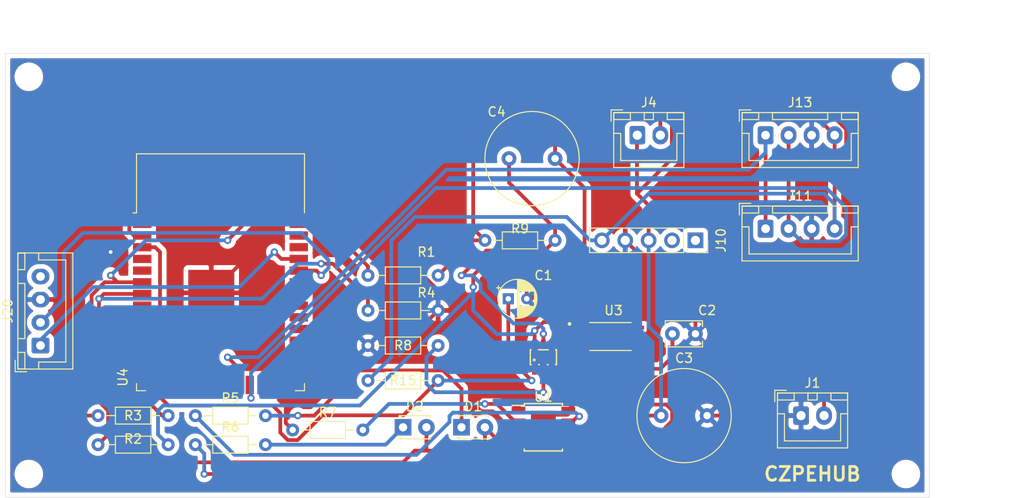
<source format=kicad_pcb>
(kicad_pcb (version 20171130) (host pcbnew "(5.1.10)-1")
  (layers (0 F.Cu signal) (31 B.Cu signal) (34 B.Paste user) (35 F.Paste user) (36 B.SilkS user) (37 F.SilkS user) (38 B.Mask user) (39 F.Mask user) (44 Edge.Cuts user))
  (net 0 "")
  (net 1 GND)
  (net 2 "Net-(C1-Pad1)")
  (net 3 SOL+)
  (net 4 BAT+)
  (net 5 BAT-)
  (net 6 "Net-(C4-Pad1)")
  (net 7 "Net-(D1-Pad1)")
  (net 8 "Net-(D2-Pad1)")
  (net 9 3,3V+)
  (net 10 "Net-(J10-Pad2)")
  (net 11 "Net-(J10-Pad1)")
  (net 12 "Net-(J11-Pad2)")
  (net 13 "Net-(J11-Pad1)")
  (net 14 "Net-(R1-Pad2)")
  (net 15 "Net-(R3-Pad2)")
  (net 16 "Net-(R5-Pad1)")
  (net 17 "Net-(R6-Pad1)")
  (net 18 "Net-(R7-Pad2)")
  (net 19 "Net-(R8-Pad2)")
  (net 20 "Net-(U2-Pad4)")
  (net 21 "Net-(U2-Pad3)")
  (net 22 "Net-(U2-Pad1)")
  (net 23 "Net-(U3-Pad8)")
  (net 24 "Net-(U3-Pad1)")
  (net 25 "Net-(U4-Pad37)")
  (net 26 "Net-(U4-Pad36)")
  (net 27 "Net-(U4-Pad33)")
  (net 28 "Net-(U4-Pad32)")
  (net 29 "Net-(U4-Pad31)")
  (net 30 "Net-(U4-Pad30)")
  (net 31 "Net-(U4-Pad29)")
  (net 32 "Net-(U4-Pad28)")
  (net 33 "Net-(U4-Pad27)")
  (net 34 "Net-(U4-Pad26)")
  (net 35 "Net-(U4-Pad25)")
  (net 36 "Net-(U4-Pad24)")
  (net 37 "Net-(U4-Pad23)")
  (net 38 "Net-(U4-Pad20)")
  (net 39 "Net-(U4-Pad19)")
  (net 40 "Net-(U4-Pad18)")
  (net 41 "Net-(U4-Pad17)")
  (net 42 "Net-(U4-Pad16)")
  (net 43 "Net-(U4-Pad14)")
  (net 44 "Net-(U4-Pad13)")
  (net 45 "Net-(U4-Pad12)")
  (net 46 "Net-(U4-Pad11)")
  (net 47 "Net-(U4-Pad10)")
  (net 48 "Net-(U4-Pad9)")
  (net 49 "Net-(U4-Pad8)")
  (net 50 "Net-(U4-Pad5)")
  (net 51 "Net-(U4-Pad4)")
  (net 52 "Net-(J20-Pad2)")
  (net 53 "Net-(J20-Pad1)")
  (module Connector_JST:JST_XH_B4B-XH-A_1x04_P2.50mm_Vertical (layer F.Cu) (at 101.6 106.68 90)
    (fp_text reference J20 (at 3.75 -3.55 90) (layer F.SilkS))
    (fp_text value Conn_01x03_Female)
    (pad 4 thru_hole oval (at 7.5 0 90) (size 1.7 1.95) (drill 0.95) (layers *.Cu *.Mask))
    (pad 3 thru_hole oval (at 5 0 90) (size 1.7 1.95) (drill 0.95) (layers *.Cu *.Mask) (net 1 GND))
    (pad 2 thru_hole oval (at 2.5 0 90) (size 1.7 1.95) (drill 0.95) (layers *.Cu *.Mask) (net 52 "Net-(J20-Pad2)"))
    (pad 1 thru_hole roundrect (at 0 0 90) (size 1.7 1.95) (drill 0.95) (layers *.Cu *.Mask) (roundrect_rratio 0.147059) (net 53 "Net-(J20-Pad1)"))
  )
  (module Connector_JST:JST_XH_B4B-XH-A_1x04_P2.50mm_Vertical (layer F.Cu) (at 180.34 83.82)
    (fp_text reference J13 (at 3.75 -3.55) (layer F.SilkS))
    (fp_text value Conn_01x04_Female)
    (pad 4 thru_hole oval (at 7.5 0) (size 1.7 1.95) (drill 0.95) (layers *.Cu *.Mask) (net 9 3,3V+))
    (pad 3 thru_hole oval (at 5 0) (size 1.7 1.95) (drill 0.95) (layers *.Cu *.Mask) (net 1 GND))
    (pad 2 thru_hole oval (at 2.5 0) (size 1.7 1.95) (drill 0.95) (layers *.Cu *.Mask) (net 12 "Net-(J11-Pad2)"))
    (pad 1 thru_hole roundrect (at 0 0) (size 1.7 1.95) (drill 0.95) (layers *.Cu *.Mask) (roundrect_rratio 0.147059) (net 13 "Net-(J11-Pad1)"))
  )
  (module Connector_JST:JST_XH_B4B-XH-A_1x04_P2.50mm_Vertical (layer F.Cu) (at 180.34 93.98)
    (fp_text reference J11 (at 3.75 -3.55) (layer F.SilkS))
    (fp_text value Conn_01x04_Female)
    (pad 4 thru_hole oval (at 7.5 0) (size 1.7 1.95) (drill 0.95) (layers *.Cu *.Mask) (net 9 3,3V+))
    (pad 3 thru_hole oval (at 5 0) (size 1.7 1.95) (drill 0.95) (layers *.Cu *.Mask) (net 1 GND))
    (pad 2 thru_hole oval (at 2.5 0) (size 1.7 1.95) (drill 0.95) (layers *.Cu *.Mask) (net 12 "Net-(J11-Pad2)"))
    (pad 1 thru_hole roundrect (at 0 0) (size 1.7 1.95) (drill 0.95) (layers *.Cu *.Mask) (roundrect_rratio 0.147059) (net 13 "Net-(J11-Pad1)"))
  )
  (module lib:TP4056_SOP-8-PP (layer F.Cu) (at 156.21 115.57)
    (fp_text reference U1 (at 0 -3.3) (layer F.SilkS))
    (fp_text value TP4056 hide)
    (pad 9 smd rect (at 0 0) (size 2.7 3.6) (layers F.Cu F.Paste F.Mask) (net 3 SOL+))
    (pad 8 smd rect (at 2.7 -1.905) (size 1.5 0.65) (layers F.Cu F.Paste F.Mask) (net 3 SOL+))
    (pad 7 smd rect (at 2.7 -0.635) (size 1.5 0.65) (layers F.Cu F.Paste F.Mask) (net 16 "Net-(R5-Pad1)"))
    (pad 6 smd rect (at 2.7 0.635) (size 1.5 0.65) (layers F.Cu F.Paste F.Mask) (net 17 "Net-(R6-Pad1)"))
    (pad 5 smd rect (at 2.7 1.905) (size 1.5 0.65) (layers F.Cu F.Paste F.Mask) (net 4 BAT+))
    (pad 4 smd rect (at -2.7 1.905) (size 1.5 0.65) (layers F.Cu F.Paste F.Mask) (net 3 SOL+))
    (pad 3 smd rect (at -2.7 0.635) (size 1.5 0.65) (layers F.Cu F.Paste F.Mask) (net 1 GND))
    (pad 2 smd rect (at -2.7 -0.635) (size 1.5 0.65) (layers F.Cu F.Paste F.Mask) (net 18 "Net-(R7-Pad2)"))
    (pad 1 smd rect (at -2.7 -1.905) (size 1.5 0.65) (layers F.Cu F.Paste F.Mask) (net 1 GND))
  )
  (module MountingHole:MountingHole_2.1mm (layer F.Cu) (at 100.33 77.47)
    (fp_text reference REF** hide)
    (fp_text value MountingHole_2.1mm hide)
    (pad "" np_thru_hole circle (at 0 0) (size 2.1 2.1) (drill 2.1) (layers *.Cu *.Mask))
  )
  (module MountingHole:MountingHole_2.1mm (layer F.Cu) (at 100.33 120.65)
    (fp_text reference REF** hide)
    (fp_text value MountingHole_2.1mm hide)
    (pad "" np_thru_hole circle (at 0 0) (size 2.1 2.1) (drill 2.1) (layers *.Cu *.Mask))
  )
  (module MountingHole:MountingHole_2.1mm (layer F.Cu) (at 195.58 120.65)
    (fp_text reference REF** hide)
    (fp_text value MountingHole_2.1mm hide)
    (pad "" np_thru_hole circle (at 0 0) (size 2.1 2.1) (drill 2.1) (layers *.Cu *.Mask))
  )
  (module MountingHole:MountingHole_2.1mm (layer F.Cu) (at 195.58 77.47)
    (fp_text reference REF** hide)
    (fp_text value MountingHole_2.1mm hide)
    (pad "" np_thru_hole circle (at 0 0) (size 2.1 2.1) (drill 2.1) (layers *.Cu *.Mask))
  )
  (module RF_Module:ESP32-WROOM-32 (layer F.Cu) (at 121.145199 101.71)
    (fp_text reference U4 (at -10.61 8.43 90) (layer F.SilkS))
    (fp_text value ESP32-WROOM-32D)
    (pad 38 smd rect (at 8.5 -8.255) (size 2 0.9) (layers F.Cu F.Paste F.Mask) (net 1 GND))
    (pad 37 smd rect (at 8.5 -6.985) (size 2 0.9) (layers F.Cu F.Paste F.Mask) (net 25 "Net-(U4-Pad37)"))
    (pad 36 smd rect (at 8.5 -5.715) (size 2 0.9) (layers F.Cu F.Paste F.Mask) (net 26 "Net-(U4-Pad36)"))
    (pad 35 smd rect (at 8.5 -4.445) (size 2 0.9) (layers F.Cu F.Paste F.Mask) (net 53 "Net-(J20-Pad1)"))
    (pad 34 smd rect (at 8.5 -3.175) (size 2 0.9) (layers F.Cu F.Paste F.Mask) (net 52 "Net-(J20-Pad2)"))
    (pad 33 smd rect (at 8.5 -1.905) (size 2 0.9) (layers F.Cu F.Paste F.Mask) (net 27 "Net-(U4-Pad33)"))
    (pad 32 smd rect (at 8.5 -0.635) (size 2 0.9) (layers F.Cu F.Paste F.Mask) (net 28 "Net-(U4-Pad32)"))
    (pad 31 smd rect (at 8.5 0.635) (size 2 0.9) (layers F.Cu F.Paste F.Mask) (net 29 "Net-(U4-Pad31)"))
    (pad 30 smd rect (at 8.5 1.905) (size 2 0.9) (layers F.Cu F.Paste F.Mask) (net 30 "Net-(U4-Pad30)"))
    (pad 29 smd rect (at 8.5 3.175) (size 2 0.9) (layers F.Cu F.Paste F.Mask) (net 31 "Net-(U4-Pad29)"))
    (pad 28 smd rect (at 8.5 4.445) (size 2 0.9) (layers F.Cu F.Paste F.Mask) (net 32 "Net-(U4-Pad28)"))
    (pad 27 smd rect (at 8.5 5.715) (size 2 0.9) (layers F.Cu F.Paste F.Mask) (net 33 "Net-(U4-Pad27)"))
    (pad 26 smd rect (at 8.5 6.985) (size 2 0.9) (layers F.Cu F.Paste F.Mask) (net 34 "Net-(U4-Pad26)"))
    (pad 25 smd rect (at 8.5 8.255) (size 2 0.9) (layers F.Cu F.Paste F.Mask) (net 35 "Net-(U4-Pad25)"))
    (pad 24 smd rect (at 5.715 9.255 90) (size 2 0.9) (layers F.Cu F.Paste F.Mask) (net 36 "Net-(U4-Pad24)"))
    (pad 23 smd rect (at 4.445 9.255 90) (size 2 0.9) (layers F.Cu F.Paste F.Mask) (net 37 "Net-(U4-Pad23)"))
    (pad 22 smd rect (at 3.175 9.255 90) (size 2 0.9) (layers F.Cu F.Paste F.Mask) (net 12 "Net-(J11-Pad2)"))
    (pad 21 smd rect (at 1.905 9.255 90) (size 2 0.9) (layers F.Cu F.Paste F.Mask) (net 13 "Net-(J11-Pad1)"))
    (pad 20 smd rect (at 0.635 9.255 90) (size 2 0.9) (layers F.Cu F.Paste F.Mask) (net 38 "Net-(U4-Pad20)"))
    (pad 19 smd rect (at -0.635 9.255 90) (size 2 0.9) (layers F.Cu F.Paste F.Mask) (net 39 "Net-(U4-Pad19)"))
    (pad 18 smd rect (at -1.905 9.255 90) (size 2 0.9) (layers F.Cu F.Paste F.Mask) (net 40 "Net-(U4-Pad18)"))
    (pad 17 smd rect (at -3.175 9.255 90) (size 2 0.9) (layers F.Cu F.Paste F.Mask) (net 41 "Net-(U4-Pad17)"))
    (pad 16 smd rect (at -4.445 9.255 90) (size 2 0.9) (layers F.Cu F.Paste F.Mask) (net 42 "Net-(U4-Pad16)"))
    (pad 15 smd rect (at -5.715 9.255 90) (size 2 0.9) (layers F.Cu F.Paste F.Mask) (net 1 GND))
    (pad 14 smd rect (at -8.5 8.255) (size 2 0.9) (layers F.Cu F.Paste F.Mask) (net 43 "Net-(U4-Pad14)"))
    (pad 13 smd rect (at -8.5 6.985) (size 2 0.9) (layers F.Cu F.Paste F.Mask) (net 44 "Net-(U4-Pad13)"))
    (pad 12 smd rect (at -8.5 5.715) (size 2 0.9) (layers F.Cu F.Paste F.Mask) (net 45 "Net-(U4-Pad12)"))
    (pad 11 smd rect (at -8.5 4.445) (size 2 0.9) (layers F.Cu F.Paste F.Mask) (net 46 "Net-(U4-Pad11)"))
    (pad 10 smd rect (at -8.5 3.175) (size 2 0.9) (layers F.Cu F.Paste F.Mask) (net 47 "Net-(U4-Pad10)"))
    (pad 9 smd rect (at -8.5 1.905) (size 2 0.9) (layers F.Cu F.Paste F.Mask) (net 48 "Net-(U4-Pad9)"))
    (pad 8 smd rect (at -8.5 0.635) (size 2 0.9) (layers F.Cu F.Paste F.Mask) (net 49 "Net-(U4-Pad8)"))
    (pad 7 smd rect (at -8.5 -0.635) (size 2 0.9) (layers F.Cu F.Paste F.Mask) (net 15 "Net-(R3-Pad2)"))
    (pad 6 smd rect (at -8.5 -1.905) (size 2 0.9) (layers F.Cu F.Paste F.Mask) (net 14 "Net-(R1-Pad2)"))
    (pad 5 smd rect (at -8.5 -3.175) (size 2 0.9) (layers F.Cu F.Paste F.Mask) (net 50 "Net-(U4-Pad5)"))
    (pad 4 smd rect (at -8.5 -4.445) (size 2 0.9) (layers F.Cu F.Paste F.Mask) (net 51 "Net-(U4-Pad4)"))
    (pad 3 smd rect (at -8.5 -5.715) (size 2 0.9) (layers F.Cu F.Paste F.Mask) (net 2 "Net-(C1-Pad1)"))
    (pad 2 smd rect (at -8.5 -6.985) (size 2 0.9) (layers F.Cu F.Paste F.Mask) (net 9 3,3V+))
    (pad 1 smd rect (at -8.5 -8.255) (size 2 0.9) (layers F.Cu F.Paste F.Mask) (net 1 GND))
    (pad 39 smd rect (at -1 -0.755) (size 5 5) (layers F.Cu F.Paste F.Mask) (net 1 GND))
  )
  (module FS8205A:SOP65P640X120-8N (layer F.Cu) (at 163.49 105.705)
    (fp_text reference U3 (at 0.34 -2.835) (layer F.SilkS))
    (fp_text value FS8205A hide)
    (pad 8 smd rect (at 2.88 -0.975) (size 1.56 0.4) (layers F.Cu F.Paste F.Mask) (net 23 "Net-(U3-Pad8)"))
    (pad 7 smd rect (at 2.88 -0.325) (size 1.56 0.4) (layers F.Cu F.Paste F.Mask) (net 1 GND))
    (pad 6 smd rect (at 2.88 0.325) (size 1.56 0.4) (layers F.Cu F.Paste F.Mask) (net 1 GND))
    (pad 5 smd rect (at 2.88 0.975) (size 1.56 0.4) (layers F.Cu F.Paste F.Mask) (net 21 "Net-(U2-Pad3)"))
    (pad 4 smd rect (at -2.88 0.975) (size 1.56 0.4) (layers F.Cu F.Paste F.Mask) (net 22 "Net-(U2-Pad1)"))
    (pad 3 smd rect (at -2.88 0.325) (size 1.56 0.4) (layers F.Cu F.Paste F.Mask) (net 5 BAT-))
    (pad 2 smd rect (at -2.88 -0.325) (size 1.56 0.4) (layers F.Cu F.Paste F.Mask) (net 5 BAT-))
    (pad 1 smd rect (at -2.88 -0.975) (size 1.56 0.4) (layers F.Cu F.Paste F.Mask) (net 24 "Net-(U3-Pad1)"))
  )
  (module DW01A:SOT23-6 (layer F.Cu) (at 156.21 107.95)
    (fp_text reference U2 hide)
    (fp_text value DW01 hide)
    (pad 5 smd rect (at 0 -1.3) (size 0.55 1.2) (layers F.Cu F.Paste F.Mask) (net 6 "Net-(C4-Pad1)"))
    (pad 6 smd rect (at -0.95 -1.3) (size 0.55 1.2) (layers F.Cu F.Paste F.Mask) (net 5 BAT-))
    (pad 4 smd rect (at 0.95 -1.3) (size 0.55 1.2) (layers F.Cu F.Paste F.Mask) (net 20 "Net-(U2-Pad4)"))
    (pad 3 smd rect (at 0.95 1.3) (size 0.55 1.2) (layers F.Cu F.Paste F.Mask) (net 21 "Net-(U2-Pad3)"))
    (pad 2 smd rect (at 0 1.3) (size 0.55 1.2) (layers F.Cu F.Paste F.Mask) (net 19 "Net-(R8-Pad2)"))
    (pad 1 smd rect (at -0.95 1.3) (size 0.55 1.2) (layers F.Cu F.Paste F.Mask) (net 22 "Net-(U2-Pad1)"))
  )
  (module Resistor_THT:R_Axial_DIN0204_L3.6mm_D1.6mm_P7.62mm_Horizontal (layer F.Cu) (at 137.16 110.49)
    (fp_text reference R15 (at 3.81 0) (layer F.SilkS))
    (fp_text value 10k hide)
    (pad 2 thru_hole oval (at 7.62 0) (size 1.4 1.4) (drill 0.7) (layers *.Cu *.Mask) (net 2 "Net-(C1-Pad1)"))
    (pad 1 thru_hole circle (at 0 0) (size 1.4 1.4) (drill 0.7) (layers *.Cu *.Mask) (net 9 3,3V+))
  )
  (module Resistor_THT:R_Axial_DIN0204_L3.6mm_D1.6mm_P7.62mm_Horizontal (layer F.Cu) (at 149.86 95.25)
    (fp_text reference R9 (at 3.81 -1.27) (layer F.SilkS))
    (fp_text value 100 hide)
    (pad 2 thru_hole oval (at 7.62 0) (size 1.4 1.4) (drill 0.7) (layers *.Cu *.Mask) (net 6 "Net-(C4-Pad1)"))
    (pad 1 thru_hole circle (at 0 0) (size 1.4 1.4) (drill 0.7) (layers *.Cu *.Mask) (net 4 BAT+))
  )
  (module Resistor_THT:R_Axial_DIN0204_L3.6mm_D1.6mm_P7.62mm_Horizontal (layer F.Cu) (at 137.16 106.68)
    (fp_text reference R8 (at 3.81 0) (layer F.SilkS))
    (fp_text value 1k hide)
    (pad 2 thru_hole oval (at 7.62 0) (size 1.4 1.4) (drill 0.7) (layers *.Cu *.Mask) (net 19 "Net-(R8-Pad2)"))
    (pad 1 thru_hole circle (at 0 0) (size 1.4 1.4) (drill 0.7) (layers *.Cu *.Mask) (net 1 GND))
  )
  (module Resistor_THT:R_Axial_DIN0204_L3.6mm_D1.6mm_P7.62mm_Horizontal (layer F.Cu) (at 128.985199 115.86)
    (fp_text reference R7 (at 3.81 -1.92) (layer F.SilkS))
    (fp_text value 10k hide)
    (pad 2 thru_hole oval (at 7.62 0) (size 1.4 1.4) (drill 0.7) (layers *.Cu *.Mask) (net 18 "Net-(R7-Pad2)"))
    (pad 1 thru_hole circle (at 0 0) (size 1.4 1.4) (drill 0.7) (layers *.Cu *.Mask) (net 1 GND))
  )
  (module Resistor_THT:R_Axial_DIN0204_L3.6mm_D1.6mm_P7.62mm_Horizontal (layer F.Cu) (at 118.415199 117.46)
    (fp_text reference R6 (at 3.81 -1.92) (layer F.SilkS))
    (fp_text value 1k hide)
    (pad 2 thru_hole oval (at 7.62 0) (size 1.4 1.4) (drill 0.7) (layers *.Cu *.Mask) (net 8 "Net-(D2-Pad1)"))
    (pad 1 thru_hole circle (at 0 0) (size 1.4 1.4) (drill 0.7) (layers *.Cu *.Mask) (net 17 "Net-(R6-Pad1)"))
  )
  (module Resistor_THT:R_Axial_DIN0204_L3.6mm_D1.6mm_P7.62mm_Horizontal (layer F.Cu) (at 118.415199 114.31)
    (fp_text reference R5 (at 3.81 -1.92) (layer F.SilkS))
    (fp_text value 1k hide)
    (pad 2 thru_hole oval (at 7.62 0) (size 1.4 1.4) (drill 0.7) (layers *.Cu *.Mask) (net 7 "Net-(D1-Pad1)"))
    (pad 1 thru_hole circle (at 0 0) (size 1.4 1.4) (drill 0.7) (layers *.Cu *.Mask) (net 16 "Net-(R5-Pad1)"))
  )
  (module Resistor_THT:R_Axial_DIN0204_L3.6mm_D1.6mm_P7.62mm_Horizontal (layer F.Cu) (at 137.16 102.87)
    (fp_text reference R4 (at 6.35 -1.92) (layer F.SilkS))
    (fp_text value 10k hide)
    (pad 2 thru_hole oval (at 7.62 0) (size 1.4 1.4) (drill 0.7) (layers *.Cu *.Mask) (net 1 GND))
    (pad 1 thru_hole circle (at 0 0) (size 1.4 1.4) (drill 0.7) (layers *.Cu *.Mask) (net 15 "Net-(R3-Pad2)"))
  )
  (module Resistor_THT:R_Axial_DIN0204_L3.6mm_D1.6mm_P7.62mm_Horizontal (layer F.Cu) (at 107.845199 114.3)
    (fp_text reference R3 (at 3.81 0) (layer F.SilkS))
    (fp_text value 10k hide)
    (pad 2 thru_hole oval (at 7.62 0) (size 1.4 1.4) (drill 0.7) (layers *.Cu *.Mask) (net 15 "Net-(R3-Pad2)"))
    (pad 1 thru_hole circle (at 0 0) (size 1.4 1.4) (drill 0.7) (layers *.Cu *.Mask) (net 3 SOL+))
  )
  (module Resistor_THT:R_Axial_DIN0204_L3.6mm_D1.6mm_P7.62mm_Horizontal (layer F.Cu) (at 107.845199 117.46)
    (fp_text reference R2 (at 3.81 -0.62) (layer F.SilkS))
    (fp_text value 10k hide)
    (pad 2 thru_hole oval (at 7.62 0) (size 1.4 1.4) (drill 0.7) (layers *.Cu *.Mask) (net 5 BAT-))
    (pad 1 thru_hole circle (at 0 0) (size 1.4 1.4) (drill 0.7) (layers *.Cu *.Mask) (net 14 "Net-(R1-Pad2)"))
  )
  (module Resistor_THT:R_Axial_DIN0204_L3.6mm_D1.6mm_P7.62mm_Horizontal (layer F.Cu) (at 144.78 99.06 180)
    (fp_text reference R1 (at 1.27 2.54) (layer F.SilkS))
    (fp_text value 10k hide)
    (pad 2 thru_hole oval (at 7.62 0 180) (size 1.4 1.4) (drill 0.7) (layers *.Cu *.Mask) (net 14 "Net-(R1-Pad2)"))
    (pad 1 thru_hole circle (at 0 0 180) (size 1.4 1.4) (drill 0.7) (layers *.Cu *.Mask) (net 4 BAT+))
  )
  (module Connector_PinSocket_2.54mm:PinSocket_1x05_P2.54mm_Vertical (layer F.Cu) (at 172.72 95.25 270)
    (fp_text reference J10 (at 0 -2.77 90) (layer F.SilkS))
    (fp_text value Conn_01x05_Female)
    (pad 5 thru_hole oval (at 0 10.16 270) (size 1.7 1.7) (drill 1) (layers *.Cu *.Mask) (net 9 3,3V+))
    (pad 4 thru_hole oval (at 0 7.62 270) (size 1.7 1.7) (drill 1) (layers *.Cu *.Mask) (net 1 GND))
    (pad 3 thru_hole oval (at 0 5.08 270) (size 1.7 1.7) (drill 1) (layers *.Cu *.Mask) (net 4 BAT+))
    (pad 2 thru_hole oval (at 0 2.54 270) (size 1.7 1.7) (drill 1) (layers *.Cu *.Mask) (net 10 "Net-(J10-Pad2)"))
    (pad 1 thru_hole rect (at 0 0 270) (size 1.7 1.7) (drill 1) (layers *.Cu *.Mask) (net 11 "Net-(J10-Pad1)"))
  )
  (module Connector_JST:JST_XH_B2B-XH-A_1x02_P2.50mm_Vertical (layer F.Cu) (at 166.41 83.82)
    (fp_text reference J4 (at 1.25 -3.55) (layer F.SilkS))
    (fp_text value Conn_01x02_Female hide)
    (pad 2 thru_hole oval (at 2.5 0) (size 1.7 2) (drill 1) (layers *.Cu *.Mask) (net 5 BAT-))
    (pad 1 thru_hole roundrect (at 0 0) (size 1.7 2) (drill 1) (layers *.Cu *.Mask) (roundrect_rratio 0.1470588235294118) (net 4 BAT+))
  )
  (module Connector_JST:JST_XH_B2B-XH-A_1x02_P2.50mm_Vertical (layer F.Cu) (at 184.19 114.3)
    (fp_text reference J1 (at 1.25 -3.55) (layer F.SilkS))
    (fp_text value Conn_01x02_Female hide)
    (pad 2 thru_hole oval (at 2.5 0) (size 1.7 2) (drill 1) (layers *.Cu *.Mask) (net 3 SOL+))
    (pad 1 thru_hole roundrect (at 0 0) (size 1.7 2) (drill 1) (layers *.Cu *.Mask) (roundrect_rratio 0.1470588235294118) (net 1 GND))
  )
  (module LED_THT:LED_D1.8mm_W3.3mm_H2.4mm (layer F.Cu) (at 140.97 115.57)
    (fp_text reference D2 (at 1.27 -2.26) (layer F.SilkS))
    (fp_text value LED)
    (pad 2 thru_hole circle (at 2.54 0) (size 1.8 1.8) (drill 0.9) (layers *.Cu *.Mask) (net 3 SOL+))
    (pad 1 thru_hole rect (at 0 0) (size 1.8 1.8) (drill 0.9) (layers *.Cu *.Mask) (net 8 "Net-(D2-Pad1)"))
  )
  (module LED_THT:LED_D1.8mm_W3.3mm_H2.4mm (layer F.Cu) (at 147.32 115.57)
    (fp_text reference D1 (at 1.27 -2.26) (layer F.SilkS))
    (fp_text value LED)
    (pad 2 thru_hole circle (at 2.54 0) (size 1.8 1.8) (drill 0.9) (layers *.Cu *.Mask) (net 3 SOL+))
    (pad 1 thru_hole rect (at 0 0) (size 1.8 1.8) (drill 0.9) (layers *.Cu *.Mask) (net 7 "Net-(D1-Pad1)"))
  )
  (module Capacitor_THT:C_Radial_D10.0mm_H12.5mm_P5.00mm (layer F.Cu) (at 152.48 86.36)
    (fp_text reference C4 (at -1.35 -5.08) (layer F.SilkS))
    (fp_text value 0.1uF hide)
    (pad 2 thru_hole circle (at 5 0) (size 1.6 1.6) (drill 0.8) (layers *.Cu *.Mask) (net 5 BAT-))
    (pad 1 thru_hole circle (at 0 0) (size 1.6 1.6) (drill 0.8) (layers *.Cu *.Mask) (net 6 "Net-(C4-Pad1)"))
  )
  (module Capacitor_THT:C_Radial_D10.0mm_H12.5mm_P5.00mm (layer F.Cu) (at 168.99 114.3)
    (fp_text reference C3 (at 2.5 -6.25) (layer F.SilkS))
    (fp_text value 10uF hide)
    (pad 2 thru_hole circle (at 5 0) (size 1.6 1.6) (drill 0.8) (layers *.Cu *.Mask) (net 1 GND))
    (pad 1 thru_hole circle (at 0 0) (size 1.6 1.6) (drill 0.8) (layers *.Cu *.Mask) (net 4 BAT+))
  )
  (module Capacitor_THT:C_Disc_D3.8mm_W2.6mm_P2.50mm (layer F.Cu) (at 170.22 105.41)
    (fp_text reference C2 (at 3.77 -2.55) (layer F.SilkS))
    (fp_text value 0.1uF hide)
    (pad 2 thru_hole circle (at 2.5 0) (size 1.6 1.6) (drill 0.8) (layers *.Cu *.Mask) (net 1 GND))
    (pad 1 thru_hole circle (at 0 0) (size 1.6 1.6) (drill 0.8) (layers *.Cu *.Mask) (net 3 SOL+))
  )
  (module Capacitor_THT:CP_Radial_D4.0mm_P2.00mm (layer F.Cu) (at 152.4 101.6)
    (fp_text reference C1 (at 3.81 -2.54) (layer F.SilkS))
    (fp_text value 10uF)
    (pad 2 thru_hole circle (at 2 0) (size 1.2 1.2) (drill 0.6) (layers *.Cu *.Mask) (net 1 GND))
    (pad 1 thru_hole rect (at 0 0) (size 1.2 1.2) (drill 0.6) (layers *.Cu *.Mask) (net 2 "Net-(C1-Pad1)"))
  )
  (gr_text CZPEHUB (at 185.42 120.65) (layer F.SilkS) (effects (font (size 1.5 1.5) (thickness 0.3))))
  (gr_line (start 97.79 74.93) (end 198.12 74.93) (layer Edge.Cuts) (width 0.05))
  (gr_line (start 97.79 123.19) (end 97.79 74.93) (layer Edge.Cuts) (width 0.05))
  (gr_line (start 198.12 123.19) (end 97.79 123.19) (layer Edge.Cuts) (width 0.05))
  (gr_line (start 198.12 74.93) (end 198.12 123.19) (layer Edge.Cuts) (width 0.05))
  (segment (start 184.19 114.3) (end 184.15 114.3) (width 0.406) (layer F.Cu) (net 1))
  (segment (start 184.15 114.3) (end 173.99 114.3) (width 0.406) (layer F.Cu) (net 1))
  (segment (start 175.26 107.95) (end 172.72 105.41) (width 0.406) (layer F.Cu) (net 1))
  (segment (start 189.23 107.95) (end 175.26 107.95) (width 0.406) (layer F.Cu) (net 1))
  (segment (start 191.77 110.49) (end 189.23 107.95) (width 0.406) (layer F.Cu) (net 1))
  (segment (start 190.5 116.84) (end 191.77 115.57) (width 0.406) (layer F.Cu) (net 1))
  (segment (start 191.77 115.57) (end 191.77 110.49) (width 0.406) (layer F.Cu) (net 1))
  (segment (start 184.23 116.84) (end 190.5 116.84) (width 0.406) (layer F.Cu) (net 1))
  (segment (start 184.19 116.8) (end 184.23 116.84) (width 0.406) (layer F.Cu) (net 1))
  (segment (start 184.19 114.3) (end 184.19 116.8) (width 0.406) (layer F.Cu) (net 1))
  (segment (start 185.34 93.98) (end 185.34 107.87) (width 0.406) (layer F.Cu) (net 1))
  (segment (start 185.34 93.98) (end 185.34 83.82) (width 0.406) (layer F.Cu) (net 1))
  (segment (start 172.72 104.14) (end 172.72 105.41) (width 0.406) (layer F.Cu) (net 1))
  (segment (start 171.45 102.87) (end 172.72 104.14) (width 0.406) (layer F.Cu) (net 1))
  (segment (start 167.64 102.87) (end 171.45 102.87) (width 0.406) (layer F.Cu) (net 1))
  (segment (start 167.64 97.79) (end 165.1 95.25) (width 0.406) (layer F.Cu) (net 1))
  (segment (start 167.64 102.87) (end 167.64 97.79) (width 0.406) (layer F.Cu) (net 1))
  (segment (start 165.1 95.25) (end 165.1 96.52) (width 0.406) (layer F.Cu) (net 1))
  (segment (start 165.1 96.52) (end 163.83 97.79) (width 0.406) (layer F.Cu) (net 1))
  (segment (start 163.83 97.79) (end 158.75 97.79) (width 0.406) (layer F.Cu) (net 1))
  (segment (start 154.94 101.6) (end 154.4 101.6) (width 0.406) (layer F.Cu) (net 1))
  (segment (start 158.75 97.79) (end 154.94 101.6) (width 0.406) (layer F.Cu) (net 1))
  (segment (start 154.4 101.6) (end 154.4 99.79) (width 0.406) (layer F.Cu) (net 1))
  (segment (start 154.4 99.79) (end 153.67 99.06) (width 0.406) (layer F.Cu) (net 1))
  (segment (start 153.67 99.06) (end 152.4 99.06) (width 0.406) (layer F.Cu) (net 1))
  (segment (start 148.59 102.87) (end 144.78 102.87) (width 0.406) (layer F.Cu) (net 1))
  (segment (start 152.4 99.06) (end 148.59 102.87) (width 0.406) (layer F.Cu) (net 1))
  (segment (start 138.43 105.41) (end 137.16 106.68) (width 0.406) (layer F.Cu) (net 1))
  (segment (start 142.24 105.41) (end 138.43 105.41) (width 0.406) (layer F.Cu) (net 1))
  (segment (start 144.78 102.87) (end 142.24 105.41) (width 0.406) (layer F.Cu) (net 1))
  (segment (start 133.021999 110.818001) (end 128.322798 110.818001) (width 0.406) (layer F.Cu) (net 1))
  (segment (start 137.16 106.68) (end 133.021999 110.818001) (width 0.406) (layer F.Cu) (net 1))
  (segment (start 127.645199 93.455) (end 129.645199 93.455) (width 0.406) (layer F.Cu) (net 1))
  (segment (start 120.145199 100.955) (end 127.645199 93.455) (width 0.406) (layer F.Cu) (net 1))
  (segment (start 115.551199 93.455) (end 112.645199 93.455) (width 0.406) (layer F.Cu) (net 1))
  (segment (start 120.145199 98.049) (end 115.551199 93.455) (width 0.406) (layer F.Cu) (net 1))
  (segment (start 120.145199 100.955) (end 120.145199 98.049) (width 0.406) (layer F.Cu) (net 1))
  (segment (start 115.430199 105.67) (end 115.430199 110.965) (width 0.406) (layer F.Cu) (net 1))
  (segment (start 120.145199 100.955) (end 115.430199 105.67) (width 0.406) (layer F.Cu) (net 1))
  (segment (start 128.242198 110.737401) (end 128.322798 110.818001) (width 0.406) (layer F.Cu) (net 1))
  (segment (start 120.145199 100.955) (end 128.242198 109.051999) (width 0.406) (layer F.Cu) (net 1))
  (segment (start 128.985199 115.86) (end 128.242198 115.116999) (width 0.406) (layer F.Cu) (net 1))
  (segment (start 128.242198 110.517802) (end 128.242198 110.737401) (width 0.406) (layer F.Cu) (net 1))
  (segment (start 128.242198 115.116999) (end 128.242198 110.517802) (width 0.406) (layer F.Cu) (net 1))
  (segment (start 128.242198 109.051999) (end 128.242198 110.517802) (width 0.406) (layer F.Cu) (net 1))
  (segment (start 153.51 113.665) (end 153.085 113.665) (width 0.406) (layer F.Cu) (net 1))
  (segment (start 153.51 113.665) (end 153.51 111.6) (width 0.406) (layer F.Cu) (net 1))
  (segment (start 153.51 111.6) (end 148.59 106.68) (width 0.406) (layer F.Cu) (net 1))
  (segment (start 148.59 106.68) (end 148.59 102.87) (width 0.406) (layer F.Cu) (net 1))
  (segment (start 152.979598 116.205) (end 153.51 116.205) (width 0.406) (layer F.Cu) (net 1))
  (segment (start 153.085 116.205) (end 153.51 116.205) (width 0.406) (layer F.Cu) (net 1))
  (segment (start 150.713001 113.833001) (end 153.085 116.205) (width 0.406) (layer F.Cu) (net 1))
  (segment (start 149.474559 113.833001) (end 150.713001 113.833001) (width 0.406) (layer F.Cu) (net 1))
  (segment (start 149.056999 113.415441) (end 149.474559 113.833001) (width 0.406) (layer F.Cu) (net 1))
  (segment (start 149.474559 112.226999) (end 149.056999 112.644559) (width 0.406) (layer F.Cu) (net 1))
  (segment (start 149.056999 112.644559) (end 149.056999 113.415441) (width 0.406) (layer F.Cu) (net 1))
  (segment (start 152.071999 112.226999) (end 149.474559 112.226999) (width 0.406) (layer F.Cu) (net 1))
  (segment (start 153.51 113.665) (end 152.071999 112.226999) (width 0.406) (layer F.Cu) (net 1))
  (segment (start 167.64 105.165402) (end 167.64 102.87) (width 0.406) (layer F.Cu) (net 1))
  (segment (start 166.775402 106.03) (end 167.64 105.165402) (width 0.406) (layer F.Cu) (net 1))
  (segment (start 166.37 106.03) (end 166.775402 106.03) (width 0.406) (layer F.Cu) (net 1))
  (segment (start 166.37 105.38) (end 166.37 106.03) (width 0.406) (layer F.Cu) (net 1))
  (segment (start 148.975441 101.133001) (end 145.220559 101.133001) (width 0.406) (layer F.Cu) (net 1))
  (segment (start 150.163883 99.944559) (end 148.975441 101.133001) (width 0.406) (layer F.Cu) (net 1))
  (segment (start 145.220559 101.133001) (end 125.377833 81.290275) (width 0.406) (layer F.Cu) (net 1))
  (segment (start 183.772464 99.944559) (end 150.163883 99.944559) (width 0.406) (layer F.Cu) (net 1))
  (segment (start 189.09301 94.624013) (end 183.772464 99.944559) (width 0.406) (layer F.Cu) (net 1))
  (segment (start 189.09301 83.175987) (end 189.09301 94.624013) (width 0.406) (layer F.Cu) (net 1))
  (segment (start 125.377833 81.290275) (end 124.809924 81.290275) (width 0.406) (layer F.Cu) (net 1))
  (segment (start 184.108993 78.19197) (end 189.09301 83.175987) (width 0.406) (layer F.Cu) (net 1))
  (segment (start 120.00803 78.19197) (end 184.108993 78.19197) (width 0.406) (layer F.Cu) (net 1))
  (segment (start 124.809924 81.290275) (end 112.645199 93.455) (width 0.406) (layer F.Cu) (net 1))
  (segment (start 101.6 101.68) (end 104.06 101.68) (width 0.406) (layer F.Cu) (net 1))
  (segment (start 104.06 101.68) (end 109.22 96.52) (width 0.406) (layer F.Cu) (net 1))
  (via (at 109.22 96.52) (size 0.8) (drill 0.4) (layers F.Cu B.Cu) (net 1))
  (segment (start 132.210642 114.266999) (end 141.003001 114.266999) (width 0.406) (layer F.Cu) (net 2))
  (segment (start 127.636188 116.143431) (end 128.455758 116.963001) (width 0.406) (layer F.Cu) (net 2))
  (segment (start 127.636188 114.029587) (end 127.636188 116.143431) (width 0.406) (layer F.Cu) (net 2))
  (segment (start 126.803601 113.197) (end 127.636188 114.029587) (width 0.406) (layer F.Cu) (net 2))
  (segment (start 129.51464 116.963001) (end 132.210642 114.266999) (width 0.406) (layer F.Cu) (net 2))
  (segment (start 115.486797 113.197) (end 126.803601 113.197) (width 0.406) (layer F.Cu) (net 2))
  (segment (start 114.577198 112.287401) (end 115.486797 113.197) (width 0.406) (layer F.Cu) (net 2))
  (segment (start 141.003001 114.266999) (end 144.78 110.49) (width 0.406) (layer F.Cu) (net 2))
  (segment (start 128.455758 116.963001) (end 129.51464 116.963001) (width 0.406) (layer F.Cu) (net 2))
  (segment (start 114.577198 96.520999) (end 114.577198 112.287401) (width 0.406) (layer F.Cu) (net 2))
  (segment (start 114.051199 95.995) (end 114.577198 96.520999) (width 0.406) (layer F.Cu) (net 2))
  (segment (start 112.645199 95.995) (end 114.051199 95.995) (width 0.406) (layer F.Cu) (net 2))
  (via (at 154.94 110.49) (size 0.8) (drill 0.4) (layers F.Cu B.Cu) (net 2))
  (segment (start 152.4 107.95) (end 154.94 110.49) (width 0.406) (layer F.Cu) (net 2))
  (segment (start 152.4 101.6) (end 152.4 107.95) (width 0.406) (layer F.Cu) (net 2))
  (segment (start 154.94 110.49) (end 144.78 110.49) (width 0.406) (layer B.Cu) (net 2))
  (segment (start 186.69 114.3) (end 186.69 110.49) (width 0.406) (layer F.Cu) (net 3))
  (segment (start 186.69 110.49) (end 185.42 109.22) (width 0.406) (layer F.Cu) (net 3))
  (segment (start 185.42 109.22) (end 171.45 109.22) (width 0.406) (layer F.Cu) (net 3))
  (segment (start 170.22 107.99) (end 170.22 105.41) (width 0.406) (layer F.Cu) (net 3))
  (segment (start 171.45 109.22) (end 170.22 107.99) (width 0.406) (layer F.Cu) (net 3))
  (segment (start 170.22 105.41) (end 170.22 107.91) (width 0.406) (layer F.Cu) (net 3))
  (segment (start 170.22 107.91) (end 168.91 109.22) (width 0.406) (layer F.Cu) (net 3))
  (segment (start 168.91 109.22) (end 167.64 109.22) (width 0.406) (layer F.Cu) (net 3))
  (segment (start 167.64 109.22) (end 165.1 111.76) (width 0.406) (layer F.Cu) (net 3))
  (segment (start 160.815 111.76) (end 158.91 113.665) (width 0.406) (layer F.Cu) (net 3))
  (segment (start 165.1 111.76) (end 160.815 111.76) (width 0.406) (layer F.Cu) (net 3))
  (segment (start 158.91 114.14) (end 158.843001 114.206999) (width 0.406) (layer F.Cu) (net 3))
  (segment (start 158.91 113.665) (end 158.91 114.14) (width 0.406) (layer F.Cu) (net 3))
  (segment (start 154.040402 117.475) (end 153.51 117.475) (width 0.406) (layer F.Cu) (net 3))
  (segment (start 157.308403 114.206999) (end 154.040402 117.475) (width 0.406) (layer F.Cu) (net 3))
  (segment (start 158.843001 114.206999) (end 157.308403 114.206999) (width 0.406) (layer F.Cu) (net 3))
  (segment (start 151.765 117.475) (end 149.86 115.57) (width 0.406) (layer F.Cu) (net 3))
  (segment (start 153.51 117.475) (end 151.765 117.475) (width 0.406) (layer F.Cu) (net 3))
  (segment (start 149.86 115.57) (end 149.86 118.11) (width 0.406) (layer F.Cu) (net 3))
  (segment (start 149.86 118.11) (end 143.51 118.11) (width 0.406) (layer F.Cu) (net 3))
  (segment (start 143.51 118.11) (end 143.51 115.57) (width 0.406) (layer F.Cu) (net 3))
  (segment (start 143.51 118.11) (end 142.24 118.11) (width 0.406) (layer F.Cu) (net 3))
  (segment (start 142.24 118.11) (end 140.97 119.38) (width 0.406) (layer F.Cu) (net 3))
  (segment (start 140.97 119.38) (end 106.68 119.38) (width 0.406) (layer F.Cu) (net 3))
  (segment (start 106.68 119.38) (end 105.41 118.11) (width 0.406) (layer F.Cu) (net 3))
  (segment (start 105.41 118.11) (end 105.41 114.3) (width 0.406) (layer F.Cu) (net 3))
  (segment (start 105.41 114.3) (end 107.845199 114.3) (width 0.406) (layer F.Cu) (net 3))
  (segment (start 166.41 83.82) (end 166.37 83.82) (width 0.406) (layer F.Cu) (net 4))
  (segment (start 166.37 83.82) (end 166.37 90.17) (width 0.406) (layer F.Cu) (net 4))
  (segment (start 166.37 90.17) (end 167.64 91.44) (width 0.406) (layer F.Cu) (net 4))
  (segment (start 167.64 91.44) (end 167.64 95.25) (width 0.406) (layer F.Cu) (net 4))
  (segment (start 168.99 105.960442) (end 168.99 114.3) (width 0.406) (layer B.Cu) (net 4))
  (segment (start 167.64 104.610442) (end 168.99 105.960442) (width 0.406) (layer B.Cu) (net 4))
  (segment (start 167.64 95.25) (end 167.64 104.610442) (width 0.406) (layer B.Cu) (net 4))
  (segment (start 168.99 114.3) (end 168.91 114.3) (width 0.406) (layer B.Cu) (net 4))
  (segment (start 161.925 117.475) (end 158.91 117.475) (width 0.406) (layer F.Cu) (net 4))
  (segment (start 165.1 114.3) (end 161.925 117.475) (width 0.406) (layer F.Cu) (net 4))
  (segment (start 168.99 114.3) (end 165.1 114.3) (width 0.406) (layer F.Cu) (net 4))
  (segment (start 167.891017 79.40399) (end 150.46601 79.40399) (width 0.406) (layer F.Cu) (net 4))
  (segment (start 170.16301 81.675983) (end 167.891017 79.40399) (width 0.406) (layer F.Cu) (net 4))
  (segment (start 170.16301 86.37699) (end 170.16301 81.675983) (width 0.406) (layer F.Cu) (net 4))
  (segment (start 166.37 90.17) (end 170.16301 86.37699) (width 0.406) (layer F.Cu) (net 4))
  (segment (start 150.46601 79.40399) (end 148.59 81.28) (width 0.406) (layer F.Cu) (net 4))
  (segment (start 148.59 93.98) (end 149.86 95.25) (width 0.406) (layer F.Cu) (net 4))
  (segment (start 148.59 81.28) (end 148.59 93.98) (width 0.406) (layer F.Cu) (net 4))
  (segment (start 148.59 95.25) (end 144.78 99.06) (width 0.406) (layer F.Cu) (net 4))
  (segment (start 149.86 95.25) (end 148.59 95.25) (width 0.406) (layer F.Cu) (net 4))
  (segment (start 168.91 83.82) (end 168.91 81.28) (width 0.406) (layer F.Cu) (net 5))
  (segment (start 168.91 81.28) (end 167.64 80.01) (width 0.406) (layer F.Cu) (net 5))
  (segment (start 167.64 80.01) (end 158.75 80.01) (width 0.406) (layer F.Cu) (net 5))
  (segment (start 157.48 81.28) (end 157.48 86.36) (width 0.406) (layer F.Cu) (net 5))
  (segment (start 158.75 80.01) (end 157.48 81.28) (width 0.406) (layer F.Cu) (net 5))
  (segment (start 160.61 105.38) (end 160.61 106.03) (width 0.406) (layer F.Cu) (net 5))
  (segment (start 159.554598 106.03) (end 157.664598 104.14) (width 0.406) (layer F.Cu) (net 5))
  (segment (start 160.61 106.03) (end 159.554598 106.03) (width 0.406) (layer F.Cu) (net 5))
  (segment (start 157.664598 104.14) (end 156.21 104.14) (width 0.406) (layer F.Cu) (net 5))
  (segment (start 155.26 105.09) (end 155.26 106.65) (width 0.406) (layer F.Cu) (net 5))
  (segment (start 156.21 104.14) (end 155.26 105.09) (width 0.406) (layer F.Cu) (net 5))
  (segment (start 160.68399 95.85601) (end 159.35601 97.18399) (width 0.406) (layer F.Cu) (net 5))
  (segment (start 159.35601 97.18399) (end 150.46601 97.18399) (width 0.406) (layer F.Cu) (net 5))
  (segment (start 160.68399 89.56399) (end 160.68399 95.85601) (width 0.406) (layer F.Cu) (net 5))
  (segment (start 157.48 86.36) (end 160.68399 89.56399) (width 0.406) (layer F.Cu) (net 5))
  (segment (start 150.46601 97.18399) (end 148.59 99.06) (width 0.406) (layer F.Cu) (net 5))
  (via (at 148.59 100.33) (size 0.8) (drill 0.4) (layers F.Cu B.Cu) (net 5))
  (segment (start 148.59 99.06) (end 148.59 100.33) (width 0.406) (layer F.Cu) (net 5))
  (segment (start 114.362198 116.356999) (end 115.465199 117.46) (width 0.406) (layer B.Cu) (net 5))
  (segment (start 114.362198 113.770559) (end 114.362198 116.356999) (width 0.406) (layer B.Cu) (net 5))
  (segment (start 114.935758 113.196999) (end 114.362198 113.770559) (width 0.406) (layer B.Cu) (net 5))
  (segment (start 136.288686 113.196999) (end 114.935758 113.196999) (width 0.406) (layer B.Cu) (net 5))
  (segment (start 148.59 100.895685) (end 136.288686 113.196999) (width 0.406) (layer B.Cu) (net 5))
  (segment (start 148.59 100.33) (end 148.59 100.895685) (width 0.406) (layer B.Cu) (net 5))
  (segment (start 148.59 100.33) (end 148.59 102.87) (width 0.406) (layer B.Cu) (net 5))
  (via (at 155.26 105.09) (size 0.8) (drill 0.4) (layers F.Cu B.Cu) (net 5))
  (segment (start 154.906999 105.443001) (end 155.26 105.09) (width 0.406) (layer B.Cu) (net 5))
  (segment (start 151.163001 105.443001) (end 154.906999 105.443001) (width 0.406) (layer B.Cu) (net 5))
  (segment (start 148.59 102.87) (end 151.163001 105.443001) (width 0.406) (layer B.Cu) (net 5))
  (segment (start 157.48 95.25) (end 157.48 93.98) (width 0.406) (layer F.Cu) (net 6))
  (segment (start 152.48 88.98) (end 152.48 86.36) (width 0.406) (layer F.Cu) (net 6))
  (segment (start 157.48 93.98) (end 152.48 88.98) (width 0.406) (layer F.Cu) (net 6))
  (via (at 147.32 99.06) (size 0.8) (drill 0.4) (layers F.Cu B.Cu) (net 6))
  (segment (start 150.026999 96.353001) (end 147.32 99.06) (width 0.406) (layer F.Cu) (net 6))
  (segment (start 156.376999 96.353001) (end 150.026999 96.353001) (width 0.406) (layer F.Cu) (net 6))
  (segment (start 157.48 95.25) (end 156.376999 96.353001) (width 0.406) (layer F.Cu) (net 6))
  (via (at 156.21 105.41) (size 0.8) (drill 0.4) (layers F.Cu B.Cu) (net 6))
  (segment (start 156.21 104.851558) (end 156.21 105.41) (width 0.406) (layer B.Cu) (net 6))
  (segment (start 155.645441 104.286999) (end 156.21 104.851558) (width 0.406) (layer B.Cu) (net 6))
  (segment (start 152.964559 104.286999) (end 155.645441 104.286999) (width 0.406) (layer B.Cu) (net 6))
  (segment (start 149.393001 100.715441) (end 152.964559 104.286999) (width 0.406) (layer B.Cu) (net 6))
  (segment (start 149.393001 99.944559) (end 149.393001 100.715441) (width 0.406) (layer B.Cu) (net 6))
  (segment (start 148.508442 99.06) (end 149.393001 99.944559) (width 0.406) (layer B.Cu) (net 6))
  (segment (start 147.32 99.06) (end 148.508442 99.06) (width 0.406) (layer B.Cu) (net 6))
  (segment (start 156.21 105.41) (end 156.21 106.65) (width 0.406) (layer F.Cu) (net 6))
  (segment (start 131.320615 114.3) (end 129.54 114.3) (width 0.406) (layer F.Cu) (net 7))
  (segment (start 136.233616 109.386999) (end 131.320615 114.3) (width 0.406) (layer F.Cu) (net 7))
  (segment (start 145.309441 109.386999) (end 136.233616 109.386999) (width 0.406) (layer F.Cu) (net 7))
  (via (at 129.54 114.3) (size 0.8) (drill 0.4) (layers F.Cu B.Cu) (net 7))
  (segment (start 147.32 111.397558) (end 145.309441 109.386999) (width 0.406) (layer F.Cu) (net 7))
  (segment (start 147.32 115.57) (end 147.32 111.397558) (width 0.406) (layer F.Cu) (net 7))
  (segment (start 129.53 114.31) (end 129.54 114.3) (width 0.406) (layer B.Cu) (net 7))
  (segment (start 126.035199 114.31) (end 129.53 114.31) (width 0.406) (layer B.Cu) (net 7))
  (segment (start 139.08 117.46) (end 140.97 115.57) (width 0.406) (layer B.Cu) (net 8))
  (segment (start 126.035199 117.46) (end 139.08 117.46) (width 0.406) (layer B.Cu) (net 8))
  (segment (start 187.84 83.82) (end 187.84 93.98) (width 0.406) (layer F.Cu) (net 9))
  (segment (start 187.84 93.98) (end 187.84 91.32) (width 0.406) (layer B.Cu) (net 9))
  (segment (start 187.84 91.32) (end 186.69 90.17) (width 0.406) (layer B.Cu) (net 9))
  (segment (start 167.64 90.17) (end 162.56 95.25) (width 0.406) (layer B.Cu) (net 9))
  (segment (start 186.69 90.17) (end 167.64 90.17) (width 0.406) (layer B.Cu) (net 9))
  (segment (start 162.56 95.25) (end 161.29 95.25) (width 0.406) (layer B.Cu) (net 9))
  (segment (start 161.29 95.25) (end 158.75 92.71) (width 0.406) (layer B.Cu) (net 9))
  (segment (start 158.75 92.71) (end 142.24 92.71) (width 0.406) (layer B.Cu) (net 9))
  (segment (start 142.24 92.71) (end 139.7 95.25) (width 0.406) (layer B.Cu) (net 9))
  (segment (start 139.7 107.95) (end 137.16 110.49) (width 0.406) (layer B.Cu) (net 9))
  (segment (start 139.7 95.25) (end 139.7 107.95) (width 0.406) (layer B.Cu) (net 9))
  (segment (start 182.81798 78.79798) (end 187.84 83.82) (width 0.406) (layer F.Cu) (net 9))
  (segment (start 125.126817 78.79798) (end 182.81798 78.79798) (width 0.406) (layer F.Cu) (net 9))
  (segment (start 111.242198 94.227401) (end 111.242198 92.682599) (width 0.406) (layer F.Cu) (net 9))
  (segment (start 111.739797 94.725) (end 111.242198 94.227401) (width 0.406) (layer F.Cu) (net 9))
  (segment (start 111.242198 92.682599) (end 125.126817 78.79798) (width 0.406) (layer F.Cu) (net 9))
  (segment (start 112.645199 94.725) (end 111.739797 94.725) (width 0.406) (layer F.Cu) (net 9))
  (via (at 124.46 112.393999) (size 0.8) (drill 0.4) (layers F.Cu B.Cu) (net 12))
  (segment (start 124.46 109.632973) (end 124.46 112.393999) (width 0.406) (layer B.Cu) (net 12))
  (segment (start 186.941017 89.56399) (end 144.528983 89.56399) (width 0.406) (layer B.Cu) (net 12))
  (segment (start 189.09301 91.715983) (end 186.941017 89.56399) (width 0.406) (layer B.Cu) (net 12))
  (segment (start 189.09301 94.624013) (end 189.09301 91.715983) (width 0.406) (layer B.Cu) (net 12))
  (segment (start 188.359013 95.35801) (end 189.09301 94.624013) (width 0.406) (layer B.Cu) (net 12))
  (segment (start 184.21801 95.35801) (end 188.359013 95.35801) (width 0.406) (layer B.Cu) (net 12))
  (segment (start 144.528983 89.56399) (end 124.46 109.632973) (width 0.406) (layer B.Cu) (net 12))
  (segment (start 182.84 93.98) (end 184.21801 95.35801) (width 0.406) (layer B.Cu) (net 12))
  (segment (start 124.46 111.104801) (end 124.320199 110.965) (width 0.406) (layer F.Cu) (net 12))
  (segment (start 124.46 112.393999) (end 124.46 111.104801) (width 0.406) (layer F.Cu) (net 12))
  (segment (start 182.84 83.82) (end 182.84 93.98) (width 0.406) (layer F.Cu) (net 12))
  (segment (start 123.050199 110.965) (end 123.050199 109.080199) (width 0.406) (layer F.Cu) (net 13))
  (via (at 121.92 107.95) (size 0.8) (drill 0.4) (layers F.Cu B.Cu) (net 13))
  (segment (start 123.050199 109.080199) (end 121.92 107.95) (width 0.406) (layer F.Cu) (net 13))
  (segment (start 180.34 85.704442) (end 180.34 83.82) (width 0.406) (layer B.Cu) (net 13))
  (segment (start 178.481441 87.563001) (end 180.34 85.704442) (width 0.406) (layer B.Cu) (net 13))
  (segment (start 145.672946 87.563001) (end 178.481441 87.563001) (width 0.406) (layer B.Cu) (net 13))
  (segment (start 125.285947 107.95) (end 145.672946 87.563001) (width 0.406) (layer B.Cu) (net 13))
  (segment (start 121.92 107.95) (end 125.285947 107.95) (width 0.406) (layer B.Cu) (net 13))
  (segment (start 180.34 83.82) (end 180.34 93.98) (width 0.406) (layer F.Cu) (net 13))
  (via (at 121.92 95.25) (size 0.8) (drill 0.4) (layers F.Cu B.Cu) (net 14))
  (segment (start 124.568001 92.601999) (end 121.92 95.25) (width 0.406) (layer F.Cu) (net 14))
  (segment (start 131.691948 92.601999) (end 124.568001 92.601999) (width 0.406) (layer F.Cu) (net 14))
  (segment (start 137.16 98.070051) (end 131.691948 92.601999) (width 0.406) (layer F.Cu) (net 14))
  (segment (start 137.16 99.06) (end 137.16 98.070051) (width 0.406) (layer F.Cu) (net 14))
  (segment (start 113.03 95.25) (end 109.22 99.06) (width 0.406) (layer B.Cu) (net 14))
  (via (at 109.22 99.06) (size 0.8) (drill 0.4) (layers F.Cu B.Cu) (net 14))
  (segment (start 121.92 95.25) (end 113.03 95.25) (width 0.406) (layer B.Cu) (net 14))
  (segment (start 109.965 99.805) (end 112.645199 99.805) (width 0.406) (layer F.Cu) (net 14))
  (segment (start 109.22 99.06) (end 109.965 99.805) (width 0.406) (layer F.Cu) (net 14))
  (segment (start 108.9482 116.356999) (end 107.845199 117.46) (width 0.406) (layer F.Cu) (net 14))
  (segment (start 108.9482 113.770559) (end 108.9482 116.356999) (width 0.406) (layer F.Cu) (net 14))
  (segment (start 107.146999 111.969358) (end 108.9482 113.770559) (width 0.406) (layer F.Cu) (net 14))
  (segment (start 107.146999 101.214559) (end 107.146999 111.969358) (width 0.406) (layer F.Cu) (net 14))
  (segment (start 108.556558 99.805) (end 107.146999 101.214559) (width 0.406) (layer F.Cu) (net 14))
  (segment (start 109.965 99.805) (end 108.556558 99.805) (width 0.406) (layer F.Cu) (net 14))
  (segment (start 137.16 102.87) (end 137.16 101.6) (width 0.406) (layer F.Cu) (net 15))
  (segment (start 133.35 97.79) (end 132.08 97.79) (width 0.406) (layer F.Cu) (net 15))
  (via (at 132.08 97.79) (size 0.8) (drill 0.4) (layers F.Cu B.Cu) (net 15))
  (segment (start 137.16 101.6) (end 133.35 97.79) (width 0.406) (layer F.Cu) (net 15))
  (segment (start 125.67573 101.6) (end 107.95 101.6) (width 0.406) (layer B.Cu) (net 15))
  (via (at 107.95 101.6) (size 0.8) (drill 0.4) (layers F.Cu B.Cu) (net 15))
  (segment (start 129.48573 97.79) (end 125.67573 101.6) (width 0.406) (layer B.Cu) (net 15))
  (segment (start 132.08 97.79) (end 129.48573 97.79) (width 0.406) (layer B.Cu) (net 15))
  (segment (start 108.475 101.075) (end 112.645199 101.075) (width 0.406) (layer F.Cu) (net 15))
  (segment (start 107.95 101.6) (end 108.475 101.075) (width 0.406) (layer F.Cu) (net 15))
  (segment (start 114.804797 114.3) (end 115.465199 114.3) (width 0.406) (layer F.Cu) (net 15))
  (segment (start 107.95 107.445203) (end 114.804797 114.3) (width 0.406) (layer F.Cu) (net 15))
  (segment (start 107.95 101.6) (end 107.95 107.445203) (width 0.406) (layer F.Cu) (net 15))
  (segment (start 158.91 114.935) (end 159.385 114.935) (width 0.406) (layer F.Cu) (net 16))
  (via (at 160.114663 114.381515) (size 0.8) (drill 0.4) (layers F.Cu B.Cu) (net 16))
  (segment (start 159.938485 114.381515) (end 160.114663 114.381515) (width 0.406) (layer F.Cu) (net 16))
  (segment (start 159.385 114.935) (end 159.938485 114.381515) (width 0.406) (layer F.Cu) (net 16))
  (segment (start 146.016999 114.991443) (end 142.445441 118.563001) (width 0.406) (layer B.Cu) (net 16))
  (segment (start 142.445441 118.563001) (end 122.6682 118.563001) (width 0.406) (layer B.Cu) (net 16))
  (segment (start 146.016999 114.347599) (end 146.016999 114.991443) (width 0.406) (layer B.Cu) (net 16))
  (segment (start 122.6682 118.563001) (end 118.415199 114.31) (width 0.406) (layer B.Cu) (net 16))
  (segment (start 146.383082 113.981516) (end 146.016999 114.347599) (width 0.406) (layer B.Cu) (net 16))
  (segment (start 159.714664 113.981516) (end 146.383082 113.981516) (width 0.406) (layer B.Cu) (net 16))
  (segment (start 160.114663 114.381515) (end 159.714664 113.981516) (width 0.406) (layer B.Cu) (net 16))
  (via (at 119.38 120.65) (size 0.8) (drill 0.4) (layers F.Cu B.Cu) (net 17))
  (segment (start 170.193001 113.722559) (end 170.193001 114.877441) (width 0.406) (layer F.Cu) (net 17))
  (segment (start 169.567441 113.096999) (end 170.193001 113.722559) (width 0.406) (layer F.Cu) (net 17))
  (segment (start 164.420442 120.65) (end 119.38 120.65) (width 0.406) (layer F.Cu) (net 17))
  (segment (start 170.193001 114.877441) (end 164.420442 120.65) (width 0.406) (layer F.Cu) (net 17))
  (segment (start 165.445974 113.096999) (end 169.567441 113.096999) (width 0.406) (layer F.Cu) (net 17))
  (segment (start 162.337973 116.205) (end 165.445974 113.096999) (width 0.406) (layer F.Cu) (net 17))
  (segment (start 158.91 116.205) (end 162.337973 116.205) (width 0.406) (layer F.Cu) (net 17))
  (segment (start 119.38 118.424801) (end 118.415199 117.46) (width 0.406) (layer B.Cu) (net 17))
  (segment (start 119.38 120.65) (end 119.38 118.424801) (width 0.406) (layer B.Cu) (net 17))
  (segment (start 153.085 114.935) (end 151.18 113.03) (width 0.406) (layer F.Cu) (net 18))
  (segment (start 153.51 114.935) (end 153.085 114.935) (width 0.406) (layer F.Cu) (net 18))
  (via (at 149.86 113.03) (size 0.8) (drill 0.4) (layers F.Cu B.Cu) (net 18))
  (segment (start 151.18 113.03) (end 149.86 113.03) (width 0.406) (layer F.Cu) (net 18))
  (segment (start 139.435199 113.03) (end 136.605199 115.86) (width 0.406) (layer B.Cu) (net 18))
  (segment (start 149.86 113.03) (end 139.435199 113.03) (width 0.406) (layer B.Cu) (net 18))
  (via (at 156.21 111.76) (size 0.8) (drill 0.4) (layers F.Cu B.Cu) (net 19))
  (segment (start 156.21 109.25) (end 156.21 111.76) (width 0.406) (layer F.Cu) (net 19))
  (segment (start 143.51 110.852442) (end 143.51 107.95) (width 0.406) (layer B.Cu) (net 19))
  (segment (start 143.51 107.95) (end 144.78 106.68) (width 0.406) (layer B.Cu) (net 19))
  (segment (start 144.417558 111.76) (end 143.51 110.852442) (width 0.406) (layer B.Cu) (net 19))
  (segment (start 156.21 111.76) (end 144.417558 111.76) (width 0.406) (layer B.Cu) (net 19))
  (segment (start 166.37 106.68) (end 166.37 107.95) (width 0.406) (layer F.Cu) (net 21))
  (segment (start 165.07 109.25) (end 157.16 109.25) (width 0.406) (layer F.Cu) (net 21))
  (segment (start 166.37 107.95) (end 165.07 109.25) (width 0.406) (layer F.Cu) (net 21))
  (segment (start 156.206597 107.653001) (end 159.636999 107.653001) (width 0.406) (layer F.Cu) (net 22))
  (segment (start 159.636999 107.653001) (end 160.61 106.68) (width 0.406) (layer F.Cu) (net 22))
  (segment (start 155.26 108.599598) (end 156.206597 107.653001) (width 0.406) (layer F.Cu) (net 22))
  (segment (start 155.26 109.25) (end 155.26 108.599598) (width 0.406) (layer F.Cu) (net 22))
  (via (at 132.08 99.06) (size 0.8) (drill 0.4) (layers F.Cu B.Cu) (net 52))
  (segment (start 131.555 98.535) (end 129.645199 98.535) (width 0.406) (layer F.Cu) (net 52))
  (segment (start 132.08 99.06) (end 131.555 98.535) (width 0.406) (layer F.Cu) (net 52))
  (segment (start 102.97801 102.76199) (end 102.97801 102.80199) (width 0.406) (layer B.Cu) (net 52))
  (segment (start 104.14 101.6) (end 102.97801 102.76199) (width 0.406) (layer B.Cu) (net 52))
  (segment (start 104.14 96.52) (end 104.14 101.6) (width 0.406) (layer B.Cu) (net 52))
  (segment (start 106.213001 94.446999) (end 104.14 96.52) (width 0.406) (layer B.Cu) (net 52))
  (segment (start 102.97801 102.80199) (end 101.6 104.18) (width 0.406) (layer B.Cu) (net 52))
  (segment (start 129.925441 94.446999) (end 106.213001 94.446999) (width 0.406) (layer B.Cu) (net 52))
  (segment (start 132.883001 97.404559) (end 129.925441 94.446999) (width 0.406) (layer B.Cu) (net 52))
  (segment (start 132.883001 98.256999) (end 132.883001 97.404559) (width 0.406) (layer B.Cu) (net 52))
  (segment (start 132.08 99.06) (end 132.883001 98.256999) (width 0.406) (layer B.Cu) (net 52))
  (via (at 127 96.52) (size 0.8) (drill 0.4) (layers F.Cu B.Cu) (net 53))
  (segment (start 123.19 100.33) (end 127 96.52) (width 0.406) (layer B.Cu) (net 53))
  (segment (start 127.745 97.265) (end 129.645199 97.265) (width 0.406) (layer F.Cu) (net 53))
  (segment (start 127 96.52) (end 127.745 97.265) (width 0.406) (layer F.Cu) (net 53))
  (segment (start 101.6 106.077023) (end 101.6 106.68) (width 0.406) (layer B.Cu) (net 53))
  (segment (start 107.347023 100.33) (end 101.6 106.077023) (width 0.406) (layer B.Cu) (net 53))
  (segment (start 123.19 100.33) (end 107.347023 100.33) (width 0.406) (layer B.Cu) (net 53))
  (zone (net 1) (net_name GND) (layer F.Cu) (connect_pads (clearance 0.508)) (min_thickness 0.254) (fill yes (arc_segments 32) (thermal_gap 0.508) (thermal_bridge_width 0.508))
    (polygon (pts (xy 198.12 123.19) (xy 97.79 123.19) (xy 97.79 74.93) (xy 198.12 74.93)))
  )
  (zone (net 1) (net_name GND) (layer B.Cu) (connect_pads (clearance 0.508)) (min_thickness 0.254) (fill yes (arc_segments 32) (thermal_gap 0.508) (thermal_bridge_width 0.508))
    (polygon (pts (xy 198.12 123.19) (xy 97.79 123.19) (xy 97.79 74.93) (xy 198.12 74.93)))
  )
)
</source>
